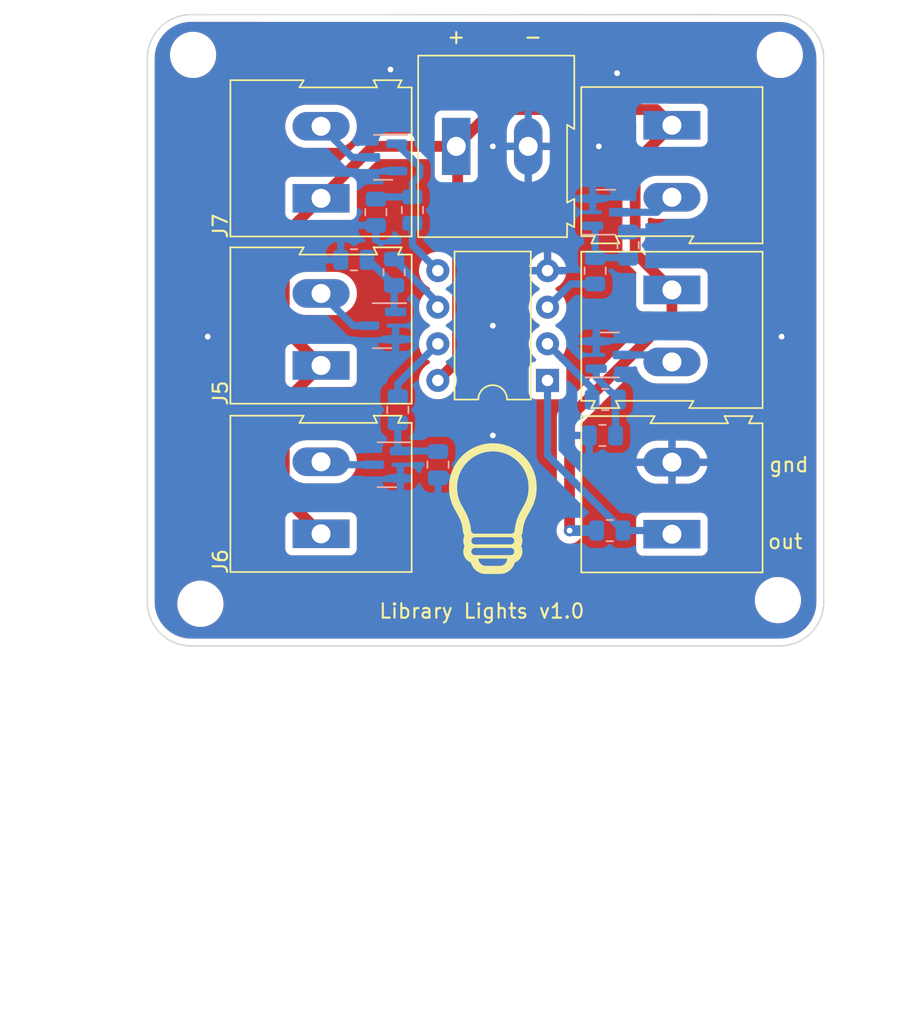
<source format=kicad_pcb>
(kicad_pcb (version 20211014) (generator pcbnew)
  (layers (0 "F.Cu" signal) (31 "B.Cu" signal) (34 "B.Paste" user) (35 "F.Paste" user) (36 "B.SilkS" user "B.Silkscreen") (37 "F.SilkS" user "F.Silkscreen") (38 "B.Mask" user) (39 "F.Mask" user) (44 "Edge.Cuts" user))
  (net 0 "")
  (net 1 "+5V")
  (net 2 "Net-(J1-Pad2)")
  (net 3 "Net-(J2-Pad2)")
  (net 4 "GND")
  (net 5 "Net-(J5-Pad2)")
  (net 6 "Net-(J6-Pad2)")
  (net 7 "Net-(J7-Pad2)")
  (net 8 "Net-(Q1-Pad1)")
  (net 9 "Net-(Q2-Pad1)")
  (net 10 "Net-(Q4-Pad1)")
  (net 11 "Net-(Q5-Pad1)")
  (net 12 "Net-(Q6-Pad1)")
  (net 13 "PB3")
  (net 14 "PB4")
  (net 15 "PB5")
  (net 16 "PB1")
  (net 17 "PB2")
  (net 18 "PB0")
  (footprint "TerminalBlock:TerminalBlock_Altech_AK300-2_P5.00mm" (layer "F.Cu") (at 128.016 42.164)
    (fp_text reference "J4" hide)
    (fp_text value "Screw_Terminal_01x02")
    (fp_line (start 8.2 5.6) (end 8.2 3.7) (layer "F.SilkS") (width 0.12))
    (fp_line (start 7.7 3.9) (end 7.7 -1.5) (layer "F.SilkS") (width 0.12))
    (fp_line (start -2.65 6.3) (end 7.7 6.3) (layer "F.SilkS") (width 0.12))
    (fp_line (start 8.2 3.65) (end 7.7 3.9) (layer "F.SilkS") (width 0.12))
    (fp_line (start 8.2 3.7) (end 8.2 3.65) (layer "F.SilkS") (width 0.12))
    (fp_line (start 8.2 -1.2) (end 8.2 -6.3) (layer "F.SilkS") (width 0.12))
    (fp_line (start 7.7 5.35) (end 8.2 5.6) (layer "F.SilkS") (width 0.12))
    (fp_line (start 7.7 6.3) (end 7.7 5.35) (layer "F.SilkS") (width 0.12))
    (fp_line (start 8.2 -6.3) (end -2.65 -6.3) (layer "F.SilkS") (width 0.12))
    (fp_line (start 7.7 -1.5) (end 8.2 -1.2) (layer "F.SilkS") (width 0.12))
    (fp_line (start -2.65 -6.3) (end -2.65 6.3) (layer "F.SilkS") (width 0.12))
    (pad "1" thru_hole rect (at 0 0) (size 1.98 3.96) (drill 1.32) (layers *.Cu *.Mask) (net 1 "+5V"))
    (pad "2" thru_hole oval (at 5 0) (size 1.98 3.96) (drill 1.32) (layers *.Cu *.Mask) (net 4 "GND"))
  )
  (footprint "TerminalBlock:TerminalBlock_Altech_AK300-2_P5.00mm" (layer "F.Cu") (at 143.002 52.128 -90)
    (fp_text reference "J1" hide)
    (fp_text value "Screw_Terminal_01x02")
    (fp_line (start 8.2 -1.2) (end 8.2 -6.3) (layer "F.SilkS") (width 0.12))
    (fp_line (start 7.7 3.9) (end 7.7 -1.5) (layer "F.SilkS") (width 0.12))
    (fp_line (start -2.65 6.3) (end 7.7 6.3) (layer "F.SilkS") (width 0.12))
    (fp_line (start 8.2 3.7) (end 8.2 3.65) (layer "F.SilkS") (width 0.12))
    (fp_line (start 8.2 5.6) (end 8.2 3.7) (layer "F.SilkS") (width 0.12))
    (fp_line (start 8.2 -6.3) (end -2.65 -6.3) (layer "F.SilkS") (width 0.12))
    (fp_line (start -2.65 -6.3) (end -2.65 6.3) (layer "F.SilkS") (width 0.12))
    (fp_line (start 7.7 -1.5) (end 8.2 -1.2) (layer "F.SilkS") (width 0.12))
    (fp_line (start 8.2 3.65) (end 7.7 3.9) (layer "F.SilkS") (width 0.12))
    (fp_line (start 7.7 5.35) (end 8.2 5.6) (layer "F.SilkS") (width 0.12))
    (fp_line (start 7.7 6.3) (end 7.7 5.35) (layer "F.SilkS") (width 0.12))
    (pad "1" thru_hole rect (at 0 0 270) (size 1.98 3.96) (drill 1.32) (layers *.Cu *.Mask) (net 1 "+5V"))
    (pad "2" thru_hole oval (at 5 0 270) (size 1.98 3.96) (drill 1.32) (layers *.Cu *.Mask) (net 2 "Net-(J1-Pad2)"))
  )
  (footprint "MountingHole:MountingHole_2.2mm_M2" (layer "F.Cu") (at 110.236 73.914)
    (fp_text reference "REF**" hide)
    (fp_text value "MountingHole_2.2mm_M2")
    (pad "" np_thru_hole circle (at 0 0) (size 2.2 2.2) (drill 2.2) (layers *.Cu *.Mask))
  )
  (footprint "TerminalBlock:TerminalBlock_Altech_AK300-2_P5.00mm" (layer "F.Cu") (at 118.618 57.375 90)
    (fp_text reference "J5" (at -1.92 -6.99 90) (layer "F.SilkS"))
    (fp_text value "Screw_Terminal_01x02")
    (fp_line (start -2.65 6.3) (end 7.7 6.3) (layer "F.SilkS") (width 0.12))
    (fp_line (start 7.7 -1.5) (end 8.2 -1.2) (layer "F.SilkS") (width 0.12))
    (fp_line (start 8.2 -1.2) (end 8.2 -6.3) (layer "F.SilkS") (width 0.12))
    (fp_line (start -2.65 -6.3) (end -2.65 6.3) (layer "F.SilkS") (width 0.12))
    (fp_line (start 7.7 6.3) (end 7.7 5.35) (layer "F.SilkS") (width 0.12))
    (fp_line (start 7.7 5.35) (end 8.2 5.6) (layer "F.SilkS") (width 0.12))
    (fp_line (start 8.2 3.7) (end 8.2 3.65) (layer "F.SilkS") (width 0.12))
    (fp_line (start 7.7 3.9) (end 7.7 -1.5) (layer "F.SilkS") (width 0.12))
    (fp_line (start 8.2 -6.3) (end -2.65 -6.3) (layer "F.SilkS") (width 0.12))
    (fp_line (start 8.2 5.6) (end 8.2 3.7) (layer "F.SilkS") (width 0.12))
    (fp_line (start 8.2 3.65) (end 7.7 3.9) (layer "F.SilkS") (width 0.12))
    (pad "1" thru_hole rect (at 0 0 90) (size 1.98 3.96) (drill 1.32) (layers *.Cu *.Mask) (net 1 "+5V"))
    (pad "2" thru_hole oval (at 5 0 90) (size 1.98 3.96) (drill 1.32) (layers *.Cu *.Mask) (net 5 "Net-(J5-Pad2)"))
  )
  (footprint "MountingHole:MountingHole_2.2mm_M2" (layer "F.Cu") (at 150.498739 35.814)
    (fp_text reference "REF**" hide)
    (fp_text value "MountingHole_2.2mm_M2")
    (pad "" np_thru_hole circle (at 0 0) (size 2.2 2.2) (drill 2.2) (layers *.Cu *.Mask))
  )
  (footprint "Package_DIP:DIP-8_W7.62mm" (layer "F.Cu") (at 134.356 58.41 180)
    (fp_text reference "U1" hide)
    (fp_text value "ATtiny85-20P")
    (fp_line (start 6.46 -1.33) (end 4.81 -1.33) (layer "F.SilkS") (width 0.12))
    (fp_line (start 1.16 -1.33) (end 1.16 8.95) (layer "F.SilkS") (width 0.12))
    (fp_line (start 6.46 8.95) (end 6.46 -1.33) (layer "F.SilkS") (width 0.12))
    (fp_line (start 1.16 8.95) (end 6.46 8.95) (layer "F.SilkS") (width 0.12))
    (fp_line (start 2.81 -1.33) (end 1.16 -1.33) (layer "F.SilkS") (width 0.12))
    (fp_arc (start 4.81 -1.33) (mid 3.81 -0.33) (end 2.81 -1.33) (layer "F.SilkS") (width 0.12))
    (pad "1" thru_hole rect (at 0 0 180) (size 1.6 1.6) (drill 0.8) (layers *.Cu *.Mask) (net 15 "PB5"))
    (pad "2" thru_hole oval (at 0 2.54 180) (size 1.6 1.6) (drill 0.8) (layers *.Cu *.Mask) (net 13 "PB3"))
    (pad "3" thru_hole oval (at 0 5.08 180) (size 1.6 1.6) (drill 0.8) (layers *.Cu *.Mask) (net 14 "PB4"))
    (pad "4" thru_hole oval (at 0 7.62 180) (size 1.6 1.6) (drill 0.8) (layers *.Cu *.Mask) (net 4 "GND"))
    (pad "5" thru_hole oval (at 7.62 7.62 180) (size 1.6 1.6) (drill 0.8) (layers *.Cu *.Mask) (net 18 "PB0"))
    (pad "6" thru_hole oval (at 7.62 5.08 180) (size 1.6 1.6) (drill 0.8) (layers *.Cu *.Mask) (net 16 "PB1"))
    (pad "7" thru_hole oval (at 7.62 2.54 180) (size 1.6 1.6) (drill 0.8) (layers *.Cu *.Mask) (net 17 "PB2"))
    (pad "8" thru_hole oval (at 7.62 0 180) (size 1.6 1.6) (drill 0.8) (layers *.Cu *.Mask) (net 1 "+5V"))
  )
  (footprint "TerminalBlock:TerminalBlock_Altech_AK300-2_P5.00mm" (layer "F.Cu") (at 143.002 69.088 90)
    (fp_text reference "J3" hide)
    (fp_text value "Screw_Terminal_01x02")
    (fp_line (start 8.2 -1.2) (end 8.2 -6.3) (layer "F.SilkS") (width 0.12))
    (fp_line (start -2.65 -6.3) (end -2.65 6.3) (layer "F.SilkS") (width 0.12))
    (fp_line (start -2.65 6.3) (end 7.7 6.3) (layer "F.SilkS") (width 0.12))
    (fp_line (start 7.7 6.3) (end 7.7 5.35) (layer "F.SilkS") (width 0.12))
    (fp_line (start 7.7 5.35) (end 8.2 5.6) (layer "F.SilkS") (width 0.12))
    (fp_line (start 7.7 -1.5) (end 8.2 -1.2) (layer "F.SilkS") (width 0.12))
    (fp_line (start 8.2 3.65) (end 7.7 3.9) (layer "F.SilkS") (width 0.12))
    (fp_line (start 8.2 3.7) (end 8.2 3.65) (layer "F.SilkS") (width 0.12))
    (fp_line (start 8.2 5.6) (end 8.2 3.7) (layer "F.SilkS") (width 0.12))
    (fp_line (start 7.7 3.9) (end 7.7 -1.5) (layer "F.SilkS") (width 0.12))
    (fp_line (start 8.2 -6.3) (end -2.65 -6.3) (layer "F.SilkS") (width 0.12))
    (pad "1" thru_hole rect (at 0 0 90) (size 1.98 3.96) (drill 1.32) (layers *.Cu *.Mask) (net 15 "PB5"))
    (pad "2" thru_hole oval (at 5 0 90) (size 1.98 3.96) (drill 1.32) (layers *.Cu *.Mask) (net 4 "GND"))
  )
  (footprint "MountingHole:MountingHole_2.2mm_M2" (layer "F.Cu") (at 109.728 35.814)
    (fp_text reference "REF**" hide)
    (fp_text value "MountingHole_2.2mm_M2")
    (pad "" np_thru_hole circle (at 0 0) (size 2.2 2.2) (drill 2.2) (layers *.Cu *.Mask))
  )
  (footprint "MountingHole:MountingHole_2.2mm_M2" (layer "F.Cu") (at 150.368 73.66)
    (fp_text reference "REF**" hide)
    (fp_text value "MountingHole_2.2mm_M2")
    (pad "" np_thru_hole circle (at 0 0) (size 2.2 2.2) (drill 2.2) (layers *.Cu *.Mask))
  )
  (footprint "TerminalBlock:TerminalBlock_Altech_AK300-2_P5.00mm" (layer "F.Cu") (at 143.002 40.698 -90)
    (fp_text reference "J2" hide)
    (fp_text value "Screw_Terminal_01x02")
    (fp_line (start -2.65 -6.3) (end -2.65 6.3) (layer "F.SilkS") (width 0.12))
    (fp_line (start 8.2 5.6) (end 8.2 3.7) (layer "F.SilkS") (width 0.12))
    (fp_line (start 8.2 3.7) (end 8.2 3.65) (layer "F.SilkS") (width 0.12))
    (fp_line (start 7.7 5.35) (end 8.2 5.6) (layer "F.SilkS") (width 0.12))
    (fp_line (start 7.7 3.9) (end 7.7 -1.5) (layer "F.SilkS") (width 0.12))
    (fp_line (start 7.7 -1.5) (end 8.2 -1.2) (layer "F.SilkS") (width 0.12))
    (fp_line (start 8.2 3.65) (end 7.7 3.9) (layer "F.SilkS") (width 0.12))
    (fp_line (start 7.7 6.3) (end 7.7 5.35) (layer "F.SilkS") (width 0.12))
    (fp_line (start 8.2 -6.3) (end -2.65 -6.3) (layer "F.SilkS") (width 0.12))
    (fp_line (start -2.65 6.3) (end 7.7 6.3) (layer "F.SilkS") (width 0.12))
    (fp_line (start 8.2 -1.2) (end 8.2 -6.3) (layer "F.SilkS") (width 0.12))
    (pad "1" thru_hole rect (at 0 0 270) (size 1.98 3.96) (drill 1.32) (layers *.Cu *.Mask) (net 1 "+5V"))
    (pad "2" thru_hole oval (at 5 0 270) (size 1.98 3.96) (drill 1.32) (layers *.Cu *.Mask) (net 3 "Net-(J2-Pad2)"))
  )
  (footprint "TerminalBlock:TerminalBlock_Altech_AK300-2_P5.00mm" (layer "F.Cu") (at 118.618 45.771 90)
    (fp_text reference "J7" (at -1.92 -6.99 90) (layer "F.SilkS"))
    (fp_text value "Screw_Terminal_01x02")
    (fp_line (start 8.2 -6.3) (end -2.65 -6.3) (layer "F.SilkS") (width 0.12))
    (fp_line (start 7.7 -1.5) (end 8.2 -1.2) (layer "F.SilkS") (width 0.12))
    (fp_line (start 7.7 3.9) (end 7.7 -1.5) (layer "F.SilkS") (width 0.12))
    (fp_line (start -2.65 -6.3) (end -2.65 6.3) (layer "F.SilkS") (width 0.12))
    (fp_line (start 8.2 3.7) (end 8.2 3.65) (layer "F.SilkS") (width 0.12))
    (fp_line (start -2.65 6.3) (end 7.7 6.3) (layer "F.SilkS") (width 0.12))
    (fp_line (start 8.2 5.6) (end 8.2 3.7) (layer "F.SilkS") (width 0.12))
    (fp_line (start 8.2 -1.2) (end 8.2 -6.3) (layer "F.SilkS") (width 0.12))
    (fp_line (start 7.7 6.3) (end 7.7 5.35) (layer "F.SilkS") (width 0.12))
    (fp_line (start 7.7 5.35) (end 8.2 5.6) (layer "F.SilkS") (width 0.12))
    (fp_line (start 8.2 3.65) (end 7.7 3.9) (layer "F.SilkS") (width 0.12))
    (pad "1" thru_hole rect (at 0 0 90) (size 1.98 3.96) (drill 1.32) (layers *.Cu *.Mask) (net 1 "+5V"))
    (pad "2" thru_hole oval (at 5 0 90) (size 1.98 3.96) (drill 1.32) (layers *.Cu *.Mask) (net 7 "Net-(J7-Pad2)"))
  )
  (footprint "TerminalBlock:TerminalBlock_Altech_AK300-2_P5.00mm" (layer "F.Cu") (at 118.618 69.059 90)
    (fp_text reference "J6" (at -1.92 -6.99 90) (layer "F.SilkS"))
    (fp_text value "Screw_Terminal_01x02")
    (fp_line (start 7.7 6.3) (end 7.7 5.35) (layer "F.SilkS") (width 0.12))
    (fp_line (start -2.65 6.3) (end 7.7 6.3) (layer "F.SilkS") (width 0.12))
    (fp_line (start 7.7 5.35) (end 8.2 5.6) (layer "F.SilkS") (width 0.12))
    (fp_line (start 7.7 3.9) (end 7.7 -1.5) (layer "F.SilkS") (width 0.12))
    (fp_line (start 8.2 3.65) (end 7.7 3.9) (layer "F.SilkS") (width 0.12))
    (fp_line (start -2.65 -6.3) (end -2.65 6.3) (layer "F.SilkS") (width 0.12))
    (fp_line (start 8.2 3.7) (end 8.2 3.65) (layer "F.SilkS") (width 0.12))
    (fp_line (start 8.2 -6.3) (end -2.65 -6.3) (layer "F.SilkS") (width 0.12))
    (fp_line (start 8.2 -1.2) (end 8.2 -6.3) (layer "F.SilkS") (width 0.12))
    (fp_line (start 8.2 5.6) (end 8.2 3.7) (layer "F.SilkS") (width 0.12))
    (fp_line (start 7.7 -1.5) (end 8.2 -1.2) (layer "F.SilkS") (width 0.12))
    (pad "1" thru_hole rect (at 0 0 90) (size 1.98 3.96) (drill 1.32) (layers *.Cu *.Mask) (net 1 "+5V"))
    (pad "2" thru_hole oval (at 5 0 90) (size 1.98 3.96) (drill 1.32) (layers *.Cu *.Mask) (net 6 "Net-(J6-Pad2)"))
  )
  (footprint "Package_TO_SOT_SMD:SOT-23" (layer "B.Cu") (at 122.936 42.926 180)
    (fp_text reference "Q6" hide)
    (fp_text value "2N7002")
    (fp_line (start 0 -1.56) (end -0.65 -1.56) (layer "B.SilkS") (width 0.12))
    (fp_line (start 0 1.56) (end 0.65 1.56) (layer "B.SilkS") (width 0.12))
    (fp_line (start 0 -1.56) (end 0.65 -1.56) (layer "B.SilkS") (width 0.12))
    (fp_line (start 0 1.56) (end -1.675 1.56) (layer "B.SilkS") (width 0.12))
    (pad "1" smd roundrect (at -0.9375 0.95 180) (size 1.475 0.6) (layers "B.Cu" "B.Paste" "B.Mask") (net 12 "Net-(Q6-Pad1)"))
    (pad "2" smd roundrect (at -0.9375 -0.95 180) (size 1.475 0.6) (layers "B.Cu" "B.Paste" "B.Mask") (net 4 "GND"))
    (pad "3" smd roundrect (at 0.9375 0 180) (size 1.475 0.6) (layers "B.Cu" "B.Paste" "B.Mask") (net 7 "Net-(J7-Pad2)"))
  )
  (footprint "Resistor_SMD:R_0805_2012Metric" (layer "B.Cu") (at 139.954 49.022 -90)
    (fp_text reference "R5" hide)
    (fp_text value "R_Small")
    (fp_line (start -0.227064 0.735) (end 0.227064 0.735) (layer "B.SilkS") (width 0.12))
    (fp_line (start -0.227064 -0.735) (end 0.227064 -0.735) (layer "B.SilkS") (width 0.12))
    (pad "1" smd roundrect (at -0.9125 0 270) (size 1.025 1.4) (layers "B.Cu" "B.Paste" "B.Mask") (roundrect_rratio 0.243902439) (net 4 "GND"))
    (pad "2" smd roundrect (at 0.9125 0 270) (size 1.025 1.4) (layers "B.Cu" "B.Paste" "B.Mask") (roundrect_rratio 0.243902439) (net 9 "Net-(Q2-Pad1)"))
  )
  (footprint "Resistor_SMD:R_0805_2012Metric" (layer "B.Cu") (at 123.698 50.9035 -90)
    (fp_text reference "R7" hide)
    (fp_text value "R_Small")
    (fp_line (start -0.227064 -0.735) (end 0.227064 -0.735) (layer "B.SilkS") (width 0.12))
    (fp_line (start -0.227064 0.735) (end 0.227064 0.735) (layer "B.SilkS") (width 0.12))
    (pad "1" smd roundrect (at -0.9125 0 270) (size 1.025 1.4) (layers "B.Cu" "B.Paste" "B.Mask") (roundrect_rratio 0.243902439) (net 16 "PB1"))
    (pad "2" smd roundrect (at 0.9125 0 270) (size 1.025 1.4) (layers "B.Cu" "B.Paste" "B.Mask") (roundrect_rratio 0.243902439) (net 10 "Net-(Q4-Pad1)"))
  )
  (footprint "Package_TO_SOT_SMD:SOT-23" (layer "B.Cu") (at 138.43 46.736)
    (fp_text reference "Q2" hide)
    (fp_text value "2N7002")
    (fp_line (start 0 -1.56) (end 0.65 -1.56) (layer "B.SilkS") (width 0.12))
    (fp_line (start 0 1.56) (end 0.65 1.56) (layer "B.SilkS") (width 0.12))
    (fp_line (start 0 1.56) (end -1.675 1.56) (layer "B.SilkS") (width 0.12))
    (fp_line (start 0 -1.56) (end -0.65 -1.56) (layer "B.SilkS") (width 0.12))
    (pad "1" smd roundrect (at -0.9375 0.95) (size 1.475 0.6) (layers "B.Cu" "B.Paste" "B.Mask") (net 9 "Net-(Q2-Pad1)"))
    (pad "2" smd roundrect (at -0.9375 -0.95) (size 1.475 0.6) (layers "B.Cu" "B.Paste" "B.Mask") (net 4 "GND"))
    (pad "3" smd roundrect (at 0.9375 0) (size 1.475 0.6) (layers "B.Cu" "B.Paste" "B.Mask") (net 3 "Net-(J2-Pad2)"))
  )
  (footprint "Resistor_SMD:R_0805_2012Metric" (layer "B.Cu") (at 122.428 46.736 90)
    (fp_text reference "R12" hide)
    (fp_text value "R_Small")
    (fp_line (start -0.227064 0.735) (end 0.227064 0.735) (layer "B.SilkS") (width 0.12))
    (fp_line (start -0.227064 -0.735) (end 0.227064 -0.735) (layer "B.SilkS") (width 0.12))
    (pad "1" smd roundrect (at -0.9125 0 90) (size 1.025 1.4) (layers "B.Cu" "B.Paste" "B.Mask") (roundrect_rratio 0.243902439) (net 4 "GND"))
    (pad "2" smd roundrect (at 0.9125 0 90) (size 1.025 1.4) (layers "B.Cu" "B.Paste" "B.Mask") (roundrect_rratio 0.243902439) (net 12 "Net-(Q6-Pad1)"))
  )
  (footprint "Package_TO_SOT_SMD:SOT-23" (layer "B.Cu") (at 122.8575 54.61 180)
    (fp_text reference "Q4" hide)
    (fp_text value "2N7002")
    (fp_line (start 0 1.56) (end -1.675 1.56) (layer "B.SilkS") (width 0.12))
    (fp_line (start 0 -1.56) (end 0.65 -1.56) (layer "B.SilkS") (width 0.12))
    (fp_line (start 0 1.56) (end 0.65 1.56) (layer "B.SilkS") (width 0.12))
    (fp_line (start 0 -1.56) (end -0.65 -1.56) (layer "B.SilkS") (width 0.12))
    (pad "1" smd roundrect (at -0.9375 0.95 180) (size 1.475 0.6) (layers "B.Cu" "B.Paste" "B.Mask") (net 10 "Net-(Q4-Pad1)"))
    (pad "2" smd roundrect (at -0.9375 -0.95 180) (size 1.475 0.6) (layers "B.Cu" "B.Paste" "B.Mask") (net 4 "GND"))
    (pad "3" smd roundrect (at 0.9375 0 180) (size 1.475 0.6) (layers "B.Cu" "B.Paste" "B.Mask") (net 5 "Net-(J5-Pad2)"))
  )
  (footprint "Resistor_SMD:R_0805_2012Metric" (layer "B.Cu") (at 126.746 64.262 90)
    (fp_text reference "R11" hide)
    (fp_text value "R_Small")
    (fp_line (start -0.227064 -0.735) (end 0.227064 -0.735) (layer "B.SilkS") (width 0.12))
    (fp_line (start -0.227064 0.735) (end 0.227064 0.735) (layer "B.SilkS") (width 0.12))
    (pad "1" smd roundrect (at -0.9125 0 90) (size 1.025 1.4) (layers "B.Cu" "B.Paste" "B.Mask") (roundrect_rratio 0.243902439) (net 4 "GND"))
    (pad "2" smd roundrect (at 0.9125 0 90) (size 1.025 1.4) (layers "B.Cu" "B.Paste" "B.Mask") (roundrect_rratio 0.243902439) (net 11 "Net-(Q5-Pad1)"))
  )
  (footprint "Resistor_SMD:R_0805_2012Metric" (layer "B.Cu") (at 123.952 60.452 -90)
    (fp_text reference "R8" hide)
    (fp_text value "R_Small")
    (fp_line (start -0.227064 0.735) (end 0.227064 0.735) (layer "B.SilkS") (width 0.12))
    (fp_line (start -0.227064 -0.735) (end 0.227064 -0.735) (layer "B.SilkS") (width 0.12))
    (pad "1" smd roundrect (at -0.9125 0 270) (size 1.025 1.4) (layers "B.Cu" "B.Paste" "B.Mask") (roundrect_rratio 0.243902439) (net 17 "PB2"))
    (pad "2" smd roundrect (at 0.9125 0 270) (size 1.025 1.4) (layers "B.Cu" "B.Paste" "B.Mask") (roundrect_rratio 0.243902439) (net 11 "Net-(Q5-Pad1)"))
  )
  (footprint "Resistor_SMD:R_0805_2012Metric" (layer "B.Cu") (at 124.968 46.5855 90)
    (fp_text reference "R9" hide)
    (fp_text value "R_Small")
    (fp_line (start -0.227064 -0.735) (end 0.227064 -0.735) (layer "B.SilkS") (width 0.12))
    (fp_line (start -0.227064 0.735) (end 0.227064 0.735) (layer "B.SilkS") (width 0.12))
    (pad "1" smd roundrect (at -0.9125 0 90) (size 1.025 1.4) (layers "B.Cu" "B.Paste" "B.Mask") (roundrect_rratio 0.243902439) (net 18 "PB0"))
    (pad "2" smd roundrect (at 0.9125 0 90) (size 1.025 1.4) (layers "B.Cu" "B.Paste" "B.Mask") (roundrect_rratio 0.243902439) (net 12 "Net-(Q6-Pad1)"))
  )
  (footprint "Resistor_SMD:R_0805_2012Metric" (layer "B.Cu") (at 138.684 68.834 180)
    (fp_text reference "R3" hide)
    (fp_text value "R_Small")
    (fp_line (start -0.227064 0.735) (end 0.227064 0.735) (layer "B.SilkS") (width 0.12))
    (fp_line (start -0.227064 -0.735) (end 0.227064 -0.735) (layer "B.SilkS") (width 0.12))
    (pad "1" smd roundrect (at -0.9125 0 180) (size 1.025 1.4) (layers "B.Cu" "B.Paste" "B.Mask") (roundrect_rratio 0.243902439) (net 15 "PB5"))
    (pad "2" smd roundrect (at 0.9125 0 180) (size 1.025 1.4) (layers "B.Cu" "B.Paste" "B.Mask") (roundrect_rratio 0.243902439) (net 1 "+5V"))
  )
  (footprint "Resistor_SMD:R_0805_2012Metric" (layer "B.Cu") (at 137.668 50.8 90)
    (fp_text reference "R2" hide)
    (fp_text value "R_Small")
    (fp_line (start -0.227064 -0.735) (end 0.227064 -0.735) (layer "B.SilkS") (width 0.12))
    (fp_line (start -0.227064 0.735) (end 0.227064 0.735) (layer "B.SilkS") (width 0.12))
    (pad "1" smd roundrect (at -0.9125 0 90) (size 1.025 1.4) (layers "B.Cu" "B.Paste" "B.Mask") (roundrect_rratio 0.243902439) (net 14 "PB4"))
    (pad "2" smd roundrect (at 0.9125 0 90) (size 1.025 1.4) (layers "B.Cu" "B.Paste" "B.Mask") (roundrect_rratio 0.243902439) (net 9 "Net-(Q2-Pad1)"))
  )
  (footprint "Resistor_SMD:R_0805_2012Metric" (layer "B.Cu") (at 138.176 62.23)
    (fp_text reference "R4" hide)
    (fp_text value "R_Small")
    (fp_line (start -0.227064 0.735) (end 0.227064 0.735) (layer "B.SilkS") (width 0.12))
    (fp_line (start -0.227064 -0.735) (end 0.227064 -0.735) (layer "B.SilkS") (width 0.12))
    (pad "1" smd roundrect (at -0.9125 0) (size 1.025 1.4) (layers "B.Cu" "B.Paste" "B.Mask") (roundrect_rratio 0.243902439) (net 4 "GND"))
    (pad "2" smd roundrect (at 0.9125 0) (size 1.025 1.4) (layers "B.Cu" "B.Paste" "B.Mask") (roundrect_rratio 0.243902439) (net 8 "Net-(Q1-Pad1)"))
  )
  (footprint "Resistor_SMD:R_0805_2012Metric" (layer "B.Cu") (at 138.367 59.738)
    (fp_text reference "R1" hide)
    (fp_text value "R_Small")
    (fp_line (start -0.227064 -0.735) (end 0.227064 -0.735) (layer "B.SilkS") (width 0.12))
    (fp_line (start -0.227064 0.735) (end 0.227064 0.735) (layer "B.SilkS") (width 0.12))
    (pad "1" smd roundrect (at -0.9125 0) (size 1.025 1.4) (layers "B.Cu" "B.Paste" "B.Mask") (roundrect_rratio 0.243902439) (net 13 "PB3"))
    (pad "2" smd roundrect (at 0.9125 0) (size 1.025 1.4) (layers "B.Cu" "B.Paste" "B.Mask") (roundrect_rratio 0.243902439) (net 8 "Net-(Q1-Pad1)"))
  )
  (footprint "Package_TO_SOT_SMD:SOT-23" (layer "B.Cu") (at 123.19 64.262 180)
    (fp_text reference "Q5" hide)
    (fp_text value "2N7002" hide)
    (fp_line (start 0 -1.56) (end -0.65 -1.56) (layer "B.SilkS") (width 0.12))
    (fp_line (start 0 1.56) (end -1.675 1.56) (layer "B.SilkS") (width 0.12))
    (fp_line (start 0 -1.56) (end 0.65 -1.56) (layer "B.SilkS") (width 0.12))
    (fp_line (start 0 1.56) (end 0.65 1.56) (layer "B.SilkS") (width 0.12))
    (pad "1" smd roundrect (at -0.9375 0.95 180) (size 1.475 0.6) (layers "B.Cu" "B.Paste" "B.Mask") (net 11 "Net-(Q5-Pad1)"))
    (pad "2" smd roundrect (at -0.9375 -0.95 180) (size 1.475 0.6) (layers "B.Cu" "B.Paste" "B.Mask") (net 4 "GND"))
    (pad "3" smd roundrect (at 0.9375 0 180) (size 1.475 0.6) (layers "B.Cu" "B.Paste" "B.Mask") (net 6 "Net-(J6-Pad2)"))
  )
  (footprint "Resistor_SMD:R_0805_2012Metric" (layer "B.Cu") (at 120.904 50.038)
    (fp_text reference "R10" hide)
    (fp_text value "R_Small")
    (fp_line (start -0.227064 -0.735) (end 0.227064 -0.735) (layer "B.SilkS") (width 0.12))
    (fp_line (start -0.227064 0.735) (end 0.227064 0.735) (layer "B.SilkS") (width 0.12))
    (pad "1" smd roundrect (at -0.9125 0) (size 1.025 1.4) (layers "B.Cu" "B.Paste" "B.Mask") (roundrect_rratio 0.243902439) (net 4 "GND"))
    (pad "2" smd roundrect (at 0.9125 0) (size 1.025 1.4) (layers "B.Cu" "B.Paste" "B.Mask") (roundrect_rratio 0.243902439) (net 10 "Net-(Q4-Pad1)"))
  )
  (footprint "Package_TO_SOT_SMD:SOT-23" (layer "B.Cu") (at 138.682 56.642)
    (fp_text reference "Q1" hide)
    (fp_text value "2N7002")
    (fp_line (start 0 -1.56) (end -0.65 -1.56) (layer "B.SilkS") (width 0.12))
    (fp_line (start 0 1.56) (end -1.675 1.56) (layer "B.SilkS") (width 0.12))
    (fp_line (start 0 1.56) (end 0.65 1.56) (layer "B.SilkS") (width 0.12))
    (fp_line (start 0 -1.56) (end 0.65 -1.56) (layer "B.SilkS") (width 0.12))
    (pad "1" smd roundrect (at -0.9375 0.95) (size 1.475 0.6) (layers "B.Cu" "B.Paste" "B.Mask") (net 8 "Net-(Q1-Pad1)"))
    (pad "2" smd roundrect (at -0.9375 -0.95) (size 1.475 0.6) (layers "B.Cu" "B.Paste" "B.Mask") (net 4 "GND"))
    (pad "3" smd roundrect (at 0.9375 0) (size 1.475 0.6) (layers "B.Cu" "B.Paste" "B.Mask") (net 2 "Net-(J1-Pad2)"))
  )
  (gr_poly (pts (xy 130.713087 62.776371) (xy 130.867682 62.788167) (xy 131.020057 62.807591) (xy 131.170017 62.83445) (xy 131.317371 62.868551) (xy 131.461924 62.9097) (xy 131.603483 62.957704) (xy 131.741855 63.012371) (xy 131.876847 63.073507) (xy 132.008265 63.140919) (xy 132.135916 63.214414) (xy 132.259607 63.293799) (xy 132.379144 63.378881) (xy 132.494334 63.469466) (xy 132.604984 63.565361) (xy 132.7109 63.666374) (xy 132.811889 63.77231) (xy 132.907759 63.882978) (xy 132.998315 63.998184) (xy 133.083364 64.117734) (xy 133.162713 64.241436) (xy 133.236169 64.369096) (xy 133.303538 64.500522) (xy 133.364627 64.63552) (xy 133.419243 64.773896) (xy 133.467193 64.915459) (xy 133.508282 65.060015) (xy 133.542318 65.20737) (xy 133.569108 65.357332) (xy 133.588459 65.509707) (xy 133.600176 65.664303) (xy 133.604066 65.820925) (xy 133.600918 65.974979) (xy 133.591773 66.121073) (xy 133.577079 66.25965) (xy 133.557287 66.39115) (xy 133.532844 66.516014) (xy 133.5042 66.634683) (xy 133.471804 66.747597) (xy 133.436105 66.855198) (xy 133.397552 66.957926) (xy 133.356594 67.056223) (xy 133.31368 67.150529) (xy 133.269259 67.241285) (xy 133.177691 67.41391) (xy 133.085483 67.577626) (xy 133.009555 67.712036) (xy 132.937316 67.845513) (xy 132.869766 67.981811) (xy 132.838061 68.052192) (xy 132.807902 68.124686) (xy 132.779414 68.199762) (xy 132.752723 68.277891) (xy 132.727952 68.359541) (xy 132.705227 68.445183) (xy 132.684672 68.535284) (xy 132.666413 68.630315) (xy 132.650573 68.730745) (xy 132.637278 68.837043) (xy 132.63587 68.861263) (xy 132.633735 68.885299) (xy 132.630888 68.909139) (xy 132.627338 68.932773) (xy 132.6231 68.95619) (xy 132.618185 68.979379) (xy 132.612605 69.002329) (xy 132.606372 69.025029) (xy 132.5995 69.04747) (xy 132.591999 69.069639) (xy 132.583882 69.091525) (xy 132.575162 69.113119) (xy 132.56585 69.134409) (xy 132.555959 69.155384) (xy 132.545501 69.176034) (xy 132.534488 69.196347) (xy 132.543603 69.216118) (xy 132.552188 69.236183) (xy 132.560236 69.256533) (xy 132.567739 69.277159) (xy 132.574689 69.29805) (xy 132.581076 69.319198) (xy 132.586894 69.340592) (xy 132.592135 69.362224) (xy 132.596789 69.384084) (xy 132.600849 69.406162) (xy 132.604307 69.42845) (xy 132.607154 69.450936) (xy 132.609383 69.473613) (xy 132.610985 69.496469) (xy 132.611952 69.519497) (xy 132.612276 69.542687) (xy 132.611888 69.567764) (xy 132.610731 69.592639) (xy 132.608821 69.617301) (xy 132.60617 69.641744) (xy 132.602792 69.665959) (xy 132.5987 69.689938) (xy 132.593909 69.713673) (xy 132.588431 69.737155) (xy 132.58228 69.760378) (xy 132.57547 69.783331) (xy 132.568014 69.806008) (xy 132.559926 69.8284) (xy 132.551219 69.850499) (xy 132.541908 69.872296) (xy 132.532005 69.893785) (xy 132.521524 69.914956) (xy 132.532158 69.936127) (xy 132.542174 69.957615) (xy 132.551563 69.979413) (xy 132.560317 70.001512) (xy 132.568424 70.023904) (xy 132.575877 70.04658) (xy 132.582664 70.069534) (xy 132.588778 70.092756) (xy 132.594208 70.116238) (xy 132.598944 70.139973) (xy 132.602978 70.163952) (xy 132.6063 70.188167) (xy 132.6089 70.21261) (xy 132.610769 70.237272) (xy 132.611898 70.262147) (xy 132.612276 70.287224) (xy 132.611632 70.319885) (xy 132.609715 70.352218) (xy 132.60655 70.384199) (xy 132.602162 70.415805) (xy 132.596575 70.447011) (xy 132.589812 70.477794) (xy 132.5819 70.508129) (xy 132.572861 70.537994) (xy 132.562722 70.567363) (xy 132.551505 70.596213) (xy 132.539235 70.62452) (xy 132.525937 70.65226) (xy 132.511636 70.67941) (xy 132.496355 70.705945) (xy 132.480119 70.731841) (xy 132.462952 70.757075) (xy 132.444879 70.781622) (xy 132.425925 70.805459) (xy 132.406113 70.828562) (xy 132.385468 70.850907) (xy 132.364015 70.87247) (xy 132.341778 70.893227) (xy 132.318781 70.913154) (xy 132.295049 70.932227) (xy 132.270606 70.950423) (xy 132.245477 70.967717) (xy 132.219685 70.984085) (xy 132.193257 70.999504) (xy 132.166215 71.01395) (xy 132.138584 71.027399) (xy 132.110389 71.039826) (xy 132.081654 71.051209) (xy 132.069677 71.093824) (xy 132.055999 71.135693) (xy 132.023697 71.217037) (xy 131.985068 71.294922) (xy 131.940433 71.369029) (xy 131.890111 71.43904) (xy 131.834423 71.504635) (xy 131.773689 71.565495) (xy 131.708228 71.621303) (xy 131.638362 71.671739) (xy 131.56441 71.716485) (xy 131.486692 71.755221) (xy 131.405528 71.787629) (xy 131.363755 71.80136) (xy 131.32124 71.81339) (xy 131.278023 71.823678) (xy 131.234145 71.832186) (xy 131.189646 71.838872) (xy 131.144566 71.843697) (xy 131.098945 71.846621) (xy 131.052822 71.847605) (xy 130.060106 71.847605) (xy 130.014065 71.846618) (xy 129.968514 71.843686) (xy 129.923495 71.838849) (xy 129.879048 71.832148) (xy 129.835214 71.823621) (xy 129.792032 71.813311) (xy 129.749544 71.801256) (xy 129.70779 71.787499) (xy 129.666811 71.772078) (xy 129.626647 71.755034) (xy 129.587338 71.736408) (xy 129.548925 71.71624) (xy 129.511449 71.694571) (xy 129.474951 71.67144) (xy 129.43947 71.646888) (xy 129.405047 71.620956) (xy 129.371723 71.593683) (xy 129.339538 71.565111) (xy 129.308533 71.535279) (xy 129.278749 71.504228) (xy 129.250225 71.471998) (xy 129.223003 71.438629) (xy 129.197123 71.404163) (xy 129.172625 71.368638) (xy 129.14955 71.332097) (xy 129.127939 71.294578) (xy 129.107831 71.256123) (xy 129.089269 71.216771) (xy 129.072291 71.176564) (xy 129.056939 71.13554) (xy 129.043253 71.093742) (xy 129.031273 71.051209) (xy 128.974344 71.027389) (xy 128.919671 70.999466) (xy 128.867451 70.967637) (xy 128.817879 70.932097) (xy 128.77115 70.89304) (xy 128.727459 70.850663) (xy 128.687003 70.80516) (xy 128.671214 70.784508) (xy 129.563747 70.784508) (xy 129.564393 70.810049) (xy 129.56631 70.835254) (xy 129.569467 70.860094) (xy 129.573832 70.884535) (xy 129.579375 70.908548) (xy 129.586065 70.932102) (xy 129.593869 70.955164) (xy 129.602757 70.977704) (xy 129.612698 70.99969) (xy 129.62366 71.021092) (xy 129.635612 71.041878) (xy 129.648524 71.062017) (xy 129.662363 71.081477) (xy 129.677099 71.100229) (xy 129.6927 71.118239) (xy 129.709136 71.135478) (xy 129.726375 71.151914) (xy 129.744385 71.167515) (xy 129.763136 71.182251) (xy 129.782597 71.19609) (xy 129.802736 71.209002) (xy 129.823522 71.220954) (xy 129.844924 71.231916) (xy 129.86691 71.241857) (xy 129.88945 71.250745) (xy 129.912512 71.258549) (xy 129.936066 71.265238) (xy 129.960079 71.270781) (xy 129.984521 71.275147) (xy 130.00936 71.278303) (xy 130.034565 71.28022) (xy 130.060106 71.280866) (xy 131.052823 71.280866) (xy 131.078363 71.28022) (xy 131.103569 71.278303) (xy 131.128408 71.275147) (xy 131.15285 71.270781) (xy 131.176863 71.265238) (xy 131.200416 71.258549) (xy 131.223478 71.250745) (xy 131.246018 71.241857) (xy 131.268005 71.231916) (xy 131.289406 71.220954) (xy 131.310192 71.209002) (xy 131.330331 71.19609) (xy 131.349792 71.182251) (xy 131.368543 71.167515) (xy 131.386554 71.151914) (xy 131.403792 71.135478) (xy 131.420228 71.118239) (xy 131.435829 71.100229) (xy 131.450565 71.081477) (xy 131.464405 71.062017) (xy 131.477316 71.041878) (xy 131.489269 71.021092) (xy 131.500231 70.99969) (xy 131.510171 70.977704) (xy 131.519059 70.955164) (xy 131.526864 70.932102) (xy 131.533553 70.908548) (xy 131.539096 70.884535) (xy 131.543461 70.860094) (xy 131.546618 70.835254) (xy 131.548535 70.810049) (xy 131.549181 70.784508) (xy 129.563747 70.784508) (xy 128.671214 70.784508) (xy 128.649976 70.756728) (xy 128.616573 70.70556) (xy 128.586991 70.651853) (xy 128.561423 70.595802) (xy 128.540066 70.537603) (xy 128.523115 70.47745) (xy 128.510766 70.415539) (xy 128.503213 70.352065) (xy 128.500688 70.28815) (xy 129.067389 70.28815) (xy 129.067712 70.30092) (xy 129.068671 70.313523) (xy 129.070249 70.325942) (xy 129.072432 70.338163) (xy 129.075203 70.35017) (xy 129.078548 70.361946) (xy 129.08245 70.373478) (xy 129.086894 70.384747) (xy 129.091864 70.395741) (xy 129.097345 70.406442) (xy 129.103322 70.416835) (xy 129.109777 70.426904) (xy 129.116697 70.436634) (xy 129.124065 70.44601) (xy 129.131866 70.455015) (xy 129.140083 70.463635) (xy 129.148703 70.471852) (xy 129.157708 70.479653) (xy 129.167084 70.487021) (xy 129.176814 70.493941) (xy 129.186883 70.500396) (xy 129.197276 70.506372) (xy 129.207977 70.511854) (xy 129.218971 70.516824) (xy 129.230241 70.521268) (xy 129.241772 70.52517) (xy 129.253548 70.528515) (xy 129.265555 70.531286) (xy 129.277776 70.533469) (xy 129.290195 70.535047) (xy 129.302798 70.536006) (xy 129.315568 70.536329) (xy 131.79736 70.536329) (xy 131.81013 70.536006) (xy 131.822733 70.535047) (xy 131.835152 70.533469) (xy 131.847373 70.531286) (xy 131.85938 70.528515) (xy 131.871156 70.52517) (xy 131.882687 70.521268) (xy 131.893957 70.516824) (xy 131.904951 70.511854) (xy 131.915652 70.506372) (xy 131.926045 70.500396) (xy 131.936114 70.493941) (xy 131.945844 70.487021) (xy 131.95522 70.479653) (xy 131.964225 70.471852) (xy 131.972845 70.463635) (xy 131.981062 70.455015) (xy 131.988863 70.44601) (xy 131.996231 70.436634) (xy 132.003151 70.426904) (xy 132.009607 70.416835) (xy 132.015583 70.406442) (xy 132.021064 70.395741) (xy 132.026034 70.384747) (xy 132.030478 70.373478) (xy 132.03438 70.361946) (xy 132.037725 70.35017) (xy 132.040496 70.338163) (xy 132.042679 70.325942) (xy 132.044257 70.313523) (xy 132.045216 70.30092) (xy 132.045539 70.28815) (xy 132.045216 70.27538) (xy 132.044257 70.262777) (xy 132.042679 70.250357) (xy 132.040496 70.238136) (xy 132.037725 70.22613) (xy 132.03438 70.214353) (xy 132.030478 70.202822) (xy 132.026034 70.191552) (xy 132.021064 70.180559) (xy 132.015583 70.169858) (xy 132.009607 70.159465) (xy 132.003151 70.149396) (xy 131.996231 70.139665) (xy 131.988863 70.13029) (xy 131.981062 70.121284) (xy 131.972845 70.112665) (xy 131.964225 70.104447) (xy 131.95522 70.096646) (xy 131.945844 70.089278) (xy 131.936114 70.082359) (xy 131.926045 70.075903) (xy 131.915652 70.069927) (xy 131.904951 70.064446) (xy 131.893957 70.059475) (xy 131.882687 70.055031) (xy 131.871156 70.051129) (xy 131.85938 70.047785) (xy 131.847373 70.045013) (xy 131.835152 70.04283) (xy 131.822733 70.041252) (xy 131.81013 70.040294) (xy 131.79736 70.039971) (xy 129.315568 70.039971) (xy 129.302798 70.040294) (xy 129.290195 70.041252) (xy 129.277776 70.04283) (xy 129.265555 70.045013) (xy 129.253548 70.047785) (xy 129.241772 70.051129) (xy 129.230241 70.055031) (xy 129.218971 70.059475) (xy 129.207977 70.064446) (xy 129.197276 70.069927) (xy 129.186883 70.075903) (xy 129.176814 70.082359) (xy 129.167084 70.089278) (xy 129.157708 70.096646) (xy 129.148703 70.104447) (xy 129.140083 70.112665) (xy 129.131866 70.121284) (xy 129.124065 70.13029) (xy 129.116697 70.139665) (xy 129.109777 70.149396) (xy 129.103322 70.159465) (xy 129.097345 70.169858) (xy 129.091864 70.180559) (xy 129.086894 70.191552) (xy 129.08245 70.202822) (xy 129.078548 70.214353) (xy 129.075203 70.22613) (xy 129.072432 70.238136) (xy 129.070249 70.250357) (xy 129.068671 70.262777) (xy 129.067712 70.27538) (xy 129.067389 70.28815) (xy 128.500688 70.28815) (xy 128.500652 70.287224) (xy 128.50103 70.262147) (xy 128.502156 70.237272) (xy 128.504021 70.21261) (xy 128.506613 70.188167) (xy 128.509921 70.163952) (xy 128.513935 70.139973) (xy 128.518643 70.116238) (xy 128.524034 70.092756) (xy 128.530099 70.069533) (xy 128.536825 70.04658) (xy 128.544203 70.023903) (xy 128.552221 70.001511) (xy 128.560868 69.979413) (xy 128.570134 69.957615) (xy 128.580007 69.936127) (xy 128.590478 69.914956) (xy 128.580007 69.893785) (xy 128.570134 69.872296) (xy 128.560868 69.850498) (xy 128.552221 69.828399) (xy 128.544203 69.806008) (xy 128.536825 69.783331) (xy 128.530099 69.760377) (xy 128.524034 69.737155) (xy 128.518643 69.713673) (xy 128.513935 69.689938) (xy 128.509921 69.665959) (xy 128.506613 69.641744) (xy 128.504021 69.617301) (xy 128.502156 69.592639) (xy 128.50103 69.567764) (xy 128.500666 69.543613) (xy 129.067389 69.543613) (xy 129.067712 69.556383) (xy 129.068671 69.568986) (xy 129.070249 69.581405) (xy 129.072432 69.593626) (xy 129.075203 69.605633) (xy 129.078548 69.617409) (xy 129.08245 69.62894) (xy 129.086894 69.64021) (xy 129.091864 69.651204) (xy 129.097345 69.661904) (xy 129.103322 69.672297) (xy 129.109777 69.682367) (xy 129.116697 69.692097) (xy 129.124065 69.701473) (xy 129.131866 69.710478) (xy 129.140083 69.719097) (xy 129.148703 69.727315) (xy 129.157708 69.735116) (xy 129.167084 69.742484) (xy 129.176814 69.749403) (xy 129.186883 69.755859) (xy 129.197276 69.761835) (xy 129.207977 69.767316) (xy 129.218971 69.772287) (xy 129.230241 69.776731) (xy 129.241772 69.780633) (xy 129.253548 69.783977) (xy 129.265555 69.786749) (xy 129.277776 69.788932) (xy 129.290195 69.79051) (xy 129.302798 69.791468) (xy 129.315568 69.791791) (xy 131.79736 69.791791) (xy 131.81013 69.791468) (xy 131.822733 69.79051) (xy 131.835152 69.788932) (xy 131.847373 69.786749) (xy 131.85938 69.783977) (xy 131.871156 69.780633) (xy 131.882687 69.776731) (xy 131.893957 69.772287) (xy 131.904951 69.767316) (xy 131.915652 69.761835) (xy 131.926045 69.755859) (xy 131.936114 69.749403) (xy 131.945844 69.742484) (xy 131.95522 69.735116) (xy 131.964225 69.727315) (xy 131.972845 69.719097) (xy 131.981062 69.710478) (xy 131.988863 69.701473) (xy 131.996231 69.692097) (xy 132.003151 69.682367) (xy 132.009607 69.672297) (xy 132.015583 69.661904) (xy 132.021064 69.651204) (xy 132.026034 69.64021) (xy 132.030478 69.62894) (xy 132.03438 69.617409) (xy 132.037725 69.605633) (xy 132.040496 69.593626) (xy 132.042679 69.581405) (xy 132.044257 69.568986) (xy 132.045216 69.556383) (xy 132.045539 69.543613) (xy 132.045216 69.530842) (xy 132.044257 69.51824) (xy 132.042679 69.50582) (xy 132.040496 69.493599) (xy 132.037725 69.481593) (xy 132.03438 69.469816) (xy 132.030478 69.458285) (xy 132.026034 69.447015) (xy 132.021064 69.436022) (xy 132.015583 69.425321) (xy 132.009607 69.414928) (xy 132.003151 69.404858) (xy 131.996231 69.395128) (xy 131.988863 69.385752) (xy 131.981062 69.376747) (xy 131.972845 69.368128) (xy 131.964225 69.35991) (xy 131.95522 69.352109) (xy 131.945844 69.344741) (xy 131.936114 69.337822) (xy 131.926045 69.331366) (xy 131.915652 69.32539) (xy 131.904951 69.319909) (xy 131.893957 69.314938) (xy 131.882687 69.310494) (xy 131.871156 69.306592) (xy 131.85938 69.303247) (xy 131.847373 69.300476) (xy 131.835152 69.298293) (xy 131.822733 69.296715) (xy 131.81013 69.295756) (xy 131.79736 69.295433) (xy 129.315568 69.295433) (xy 129.302798 69.295756) (xy 129.290195 69.296715) (xy 129.277776 69.298293) (xy 129.265555 69.300476) (xy 129.253548 69.303247) (xy 129.241772 69.306592) (xy 129.230241 69.310494) (xy 129.218971 69.314938) (xy 129.207977 69.319909) (xy 129.197276 69.32539) (xy 129.186883 69.331366) (xy 129.176814 69.337822) (xy 129.167084 69.344741) (xy 129.157708 69.352109) (xy 129.148703 69.35991) (xy 129.140083 69.368128) (xy 129.131866 69.376747) (xy 129.124065 69.385752) (xy 129.116697 69.395128) (xy 129.109777 69.404858) (xy 129.103322 69.414928) (xy 129.097345 69.425321) (xy 129.091864 69.436022) (xy 129.086894 69.447015) (xy 129.08245 69.458285) (xy 129.078548 69.469816) (xy 129.075203 69.481593) (xy 129.072432 69.493599) (xy 129.070249 69.50582) (xy 129.068671 69.51824) (xy 129.067712 69.530842) (xy 129.067389 69.543613) (xy 128.500666 69.543613) (xy 128.500652 69.542687) (xy 128.500976 69.519507) (xy 128.501943 69.496507) (xy 128.503545 69.473692) (xy 128.505774 69.451066) (xy 128.508621 69.428636) (xy 128.512079 69.406406) (xy 128.516139 69.384383) (xy 128.520793 69.362571) (xy 128.526033 69.340977) (xy 128.531851 69.319605) (xy 128.538239 69.29846) (xy 128.545189 69.277549) (xy 128.552691 69.256877) (xy 128.56074 69.236449) (xy 128.569325 69.21627) (xy 128.578439 69.196347) (xy 128.567426 69.176197) (xy 128.556967 69.15569) (xy 128.547071 69.134838) (xy 128.537751 69.113654) (xy 128.529017 69.09215) (xy 128.52088 69.070338) (xy 128.51335 69.048231) (xy 128.506439 69.025839) (xy 128.500158 69.003177) (xy 128.494517 68.980255) (xy 128.489526 68.957087) (xy 128.485198 68.933684) (xy 128.481543 68.910058) (xy 128.478571 68.886222) (xy 128.476294 68.862188) (xy 128.474722 68.837969) (xy 128.461428 68.731497) (xy 128.445588 68.630897) (xy 128.427329 68.535701) (xy 128.406774 68.445443) (xy 128.384049 68.359656) (xy 128.359278 68.277873) (xy 128.332587 68.199628) (xy 128.304099 68.124454) (xy 128.27394 68.051884) (xy 128.242235 67.981453) (xy 128.209108 67.912692) (xy 128.174685 67.845137) (xy 128.102446 67.711772) (xy 128.026518 67.577626) (xy 127.934576 67.413948) (xy 127.843133 67.241415) (xy 127.798731 67.150716) (xy 127.755814 67.056467) (xy 127.714833 66.958226) (xy 127.676243 66.855545) (xy 127.640496 66.747982) (xy 127.608045 66.63509) (xy 127.579344 66.516424) (xy 127.554845 66.391541) (xy 127.535001 66.259994) (xy 127.520266 66.121339) (xy 127.511093 65.975131) (xy 127.507935 65.820925) (xy 128.074673 65.820925) (xy 128.07701 65.944002) (xy 128.083841 66.060554) (xy 128.094896 66.17104) (xy 128.109906 66.275921) (xy 128.128599 66.375654) (xy 128.150707 66.470699) (xy 128.17596 66.561515) (xy 128.204087 66.64856) (xy 128.267884 66.813177) (xy 128.33994 66.96822) (xy 128.418095 67.117363) (xy 128.500189 67.264277) (xy 128.667556 67.566107) (xy 128.748511 67.728367) (xy 128.824766 67.903087) (xy 128.860457 67.996266) (xy 128.894163 68.093938) (xy 128.925615 68.19656) (xy 128.954542 68.304593) (xy 128.980675 68.418494) (xy 129.003744 68.538723) (xy 129.023478 68.665739) (xy 129.039608 68.800002) (xy 129.040534 68.800002) (xy 129.040857 68.812772) (xy 129.041816 68.825374) (xy 129.043394 68.837794) (xy 129.045577 68.850015) (xy 129.048348 68.862021) (xy 129.051693 68.873798) (xy 129.055595 68.885329) (xy 129.060039 68.896599) (xy 129.065009 68.907592) (xy 129.07049 68.918293) (xy 129.076467 68.928686) (xy 129.082922 68.938755) (xy 129.089842 68.948486) (xy 129.09721 68.957861) (xy 129.105011 68.966867) (xy 129.113228 68.975486) (xy 129.121848 68.983704) (xy 129.130853 68.991504) (xy 129.140229 68.998872) (xy 129.149959 69.005792) (xy 129.160028 69.012248) (xy 129.170421 69.018224) (xy 129.181122 69.023705) (xy 129.192116 69.028675) (xy 129.203385 69.033119) (xy 129.214917 69.037022) (xy 129.226693 69.040366) (xy 129.2387 69.043138) (xy 129.250921 69.04532) (xy 129.26334 69.046899) (xy 129.275943 69.047857) (xy 129.288713 69.04818) (xy 131.824215 69.04818) (xy 131.836986 69.047857) (xy 131.849588 69.046899) (xy 131.862008 69.04532) (xy 131.874229 69.043138) (xy 131.886235 69.040366) (xy 131.898012 69.037022) (xy 131.909543 69.033119) (xy 131.920813 69.028675) (xy 131.931806 69.023705) (xy 131.942507 69.018224) (xy 131.9529 69.012248) (xy 131.96297 69.005792) (xy 131.9727 68.998872) (xy 131.982076 68.991504) (xy 131.991081 68.983704) (xy 131.9997 68.975486) (xy 132.007918 68.966867) (xy 132.015719 68.957861) (xy 132.023087 68.948486) (xy 132.030006 68.938755) (xy 132.036462 68.928686) (xy 132.042438 68.918293) (xy 132.047919 68.907592) (xy 132.05289 68.896599) (xy 132.057334 68.885329) (xy 132.061236 68.873798) (xy 132.06458 68.862021) (xy 132.067352 68.850015) (xy 132.069535 68.837794) (xy 132.071113 68.825374) (xy 132.072072 68.812772) (xy 132.072395 68.800002) (xy 132.088609 68.665824) (xy 132.108422 68.538886) (xy 132.131564 68.418731) (xy 132.157766 68.304898) (xy 132.186757 68.19693) (xy 132.218268 68.094367) (xy 132.25203 67.996751) (xy 132.287771 67.903622) (xy 132.364117 67.728992) (xy 132.445146 67.566807) (xy 132.612624 67.265087) (xy 132.694756 67.118211) (xy 132.772939 66.969097) (xy 132.845015 66.814074) (xy 132.878089 66.7332) (xy 132.908827 66.649472) (xy 132.936958 66.562431) (xy 132.962214 66.471619) (xy 132.984325 66.376577) (xy 133.003021 66.276845) (xy 133.018031 66.171966) (xy 133.029087 66.061479) (xy 133.035918 65.944927) (xy 133.038255 65.821851) (xy 133.035026 65.694148) (xy 133.025441 65.568121) (xy 133.009657 65.443925) (xy 132.98783 65.321716) (xy 132.960115 65.201651) (xy 132.926669 65.083885) (xy 132.887648 64.968574) (xy 132.843208 64.855874) (xy 132.793504 64.745942) (xy 132.738694 64.638932) (xy 132.678932 64.535003) (xy 132.614374 64.434308) (xy 132.545178 64.337005) (xy 132.471498 64.243249) (xy 132.393491 64.153196) (xy 132.311313 64.067002) (xy 132.225119 63.984824) (xy 132.135067 63.906817) (xy 132.041311 63.833137) (xy 131.944007 63.763941) (xy 131.843313 63.699384) (xy 131.739383 63.639622) (xy 131.632374 63.584811) (xy 131.522441 63.535107) (xy 131.409742 63.490667) (xy 131.294431 63.451646) (xy 131.176664 63.4182) (xy 131.056599 63.390486) (xy 130.93439 63.368658) (xy 130.810194 63.352874) (xy 130.684167 63.343289) (xy 130.556464 63.34006) (xy 130.428761 63.343287) (xy 130.302734 63.352864) (xy 130.178538 63.368635) (xy 130.056329 63.390446) (xy 129.936264 63.418139) (xy 129.818498 63.45156) (xy 129.703187 63.490553) (xy 129.590487 63.534963) (xy 129.480555 63.584632) (xy 129.373545 63.639407) (xy 129.269616 63.69913) (xy 129.168921 63.763648) (xy 129.071618 63.832803) (xy 128.977862 63.90644) (xy 128.887809 63.984404) (xy 128.801615 64.066539) (xy 128.719437 64.15269) (xy 128.64143 64.242699) (xy 128.56775 64.336413) (xy 128.498554 64.433675) (xy 128.433996 64.53433) (xy 128.374234 64.638221) (xy 128.319424 64.745194) (xy 128.26972 64.855093) (xy 128.22528 64.967761) (xy 128.186259 65.083044) (xy 128.152813 65.200786) (xy 128.125098 65.32083) (xy 128.103271 65.443022) (xy 128.087487 65.567206) (xy 128.077902 65.693225) (xy 128.074673 65.820925) (xy 127.507935 65.820925) (xy 127.51191 65.664303) (xy 127.523706 65.509707) (xy 127.54313 65.357332) (xy 127.569989 65.20737) (xy 127.604089 65.060015) (xy 127.645238 64.915459) (xy 127.693243 64.773896) (xy 127.74791 64.63552) (xy 127.809046 64.500522) (xy 127.876458 64.369096) (xy 127.949953 64.241436) (xy 128.029338 64.117734) (xy 128.114419 63.998184) (xy 128.205004 63.882978) (xy 128.3009 63.77231) (xy 128.401912 63.666374) (xy 128.507849 63.565361) (xy 128.618517 63.469466) (xy 128.733722 63.378881) (xy 128.853273 63.293799) (xy 128.976975 63.214414) (xy 129.104635 63.140919) (xy 129.236061 63.073507) (xy 129.371058 63.012371) (xy 129.509435 62.957704) (xy 129.650998 62.9097) (xy 129.795554 62.868551) (xy 129.942909 62.83445) (xy 130.092871 62.807591) (xy 130.245246 62.788167) (xy 130.399841 62.776371) (xy 130.556464 62.772396)) (layer "F.SilkS") (width 0) (fill solid))
  (gr_line (start 109.597261 76.838739) (end 150.498739 76.838739) (layer "Edge.Cuts") (width 0.1))
  (gr_arc (start 106.549261 36.061953) (mid 107.442 33.906692) (end 109.597261 33.013953) (layer "Edge.Cuts") (width 0.1))
  (gr_line (start 153.546739 73.790739) (end 153.546739 36.074048) (layer "Edge.Cuts") (width 0.1))
  (gr_line (start 106.549261 73.790739) (end 106.549261 36.061953) (layer "Edge.Cuts") (width 0.1))
  (gr_arc (start 153.546739 73.790739) (mid 152.654 75.946) (end 150.498739 76.838739) (layer "Edge.Cuts") (width 0.1))
  (gr_arc (start 109.597261 76.838739) (mid 107.442 75.946) (end 106.549261 73.790739) (layer "Edge.Cuts") (width 0.1))
  (gr_line (start 109.597261 33.013953) (end 150.498739 33.026048) (layer "Edge.Cuts") (width 0.1))
  (gr_arc (start 150.498739 33.026048) (mid 152.654 33.918787) (end 153.546739 36.074048) (layer "Edge.Cuts") (width 0.1))
  (gr_text "-" (at 133.35 34.544) (layer "F.SilkS") (effects (font (size 1 1))))
  (gr_text "gnd" (at 151.13 64.262) (layer "F.SilkS") (effects (font (size 1 1))))
  (gr_text "+" (at 128.016 34.544) (layer "F.SilkS") (effects (font (size 1 1))))
  (gr_text "Library Lights v1.0" (at 129.794 74.422) (layer "F.SilkS") (effects (font (size 1 1))))
  (gr_text "out" (at 150.876 69.596) (layer "F.SilkS") (effects (font (size 1 1))))
  (segment (start 140.447 43.253) (end 140.447 49.573) (width 0.75) (layer "F.Cu") (net 1))
  (segment (start 116.063 66.504) (end 118.618 69.059) (width 0.75) (layer "F.Cu") (net 1))
  (segment (start 143.002 52.128) (end 143.002 53.868) (width 0.75) (layer "F.Cu") (net 1))
  (segment (start 128.016 42.164) (end 130.571 39.609) (width 0.75) (layer "F.Cu") (net 1))
  (segment (start 116.063 48.326) (end 116.063 54.82) (width 0.75) (layer "F.Cu") (net 1))
  (segment (start 130.571 39.609) (end 141.913 39.609) (width 0.75) (layer "F.Cu") (net 1))
  (segment (start 143.002 40.698) (end 140.447 43.253) (width 0.75) (layer "F.Cu") (net 1))
  (segment (start 141.913 39.609) (end 143.002 40.698) (width 0.75) (layer "F.Cu") (net 1))
  (segment (start 116.063 59.93) (end 116.063 66.504) (width 0.75) (layer "F.Cu") (net 1))
  (segment (start 128.016 42.164) (end 128.111 42.259) (width 0.75) (layer "F.Cu") (net 1))
  (segment (start 116.063 54.82) (end 118.618 57.375) (width 0.75) (layer "F.Cu") (net 1))
  (segment (start 135.89 60.98) (end 135.89 68.834) (width 0.75) (layer "F.Cu") (net 1))
  (segment (start 128.016 42.164) (end 122.225 42.164) (width 0.75) (layer "F.Cu") (net 1))
  (segment (start 140.447 49.573) (end 143.002 52.128) (width 0.75) (layer "F.Cu") (net 1))
  (segment (start 143.002 53.868) (end 135.89 60.98) (width 0.75) (layer "F.Cu") (net 1))
  (segment (start 118.618 57.375) (end 116.063 59.93) (width 0.75) (layer "F.Cu") (net 1))
  (segment (start 118.618 45.771) (end 116.063 48.326) (width 0.75) (layer "F.Cu") (net 1))
  (segment (start 128.111 42.259) (end 128.111 57.035) (width 0.75) (layer "F.Cu") (net 1))
  (segment (start 122.225 42.164) (end 118.618 45.771) (width 0.75) (layer "F.Cu") (net 1))
  (segment (start 128.111 57.035) (end 126.736 58.41) (width 0.75) (layer "F.Cu") (net 1))
  (via (at 135.89 68.834) (size 0.8) (drill 0.4) (layers "F.Cu" "B.Cu") (net 1))
  (segment (start 135.89 68.834) (end 137.7715 68.834) (width 0.75) (layer "B.Cu") (net 1))
  (segment (start 139.6195 56.642) (end 142.516 56.642) (width 0.5) (layer "B.Cu") (net 2))
  (segment (start 142.516 56.642) (end 143.002 57.128) (width 0.5) (layer "B.Cu") (net 2))
  (segment (start 139.3675 46.736) (end 141.964 46.736) (width 0.5) (layer "B.Cu") (net 3))
  (segment (start 141.964 46.736) (end 143.002 45.698) (width 0.5) (layer "B.Cu") (net 3))
  (via (at 137.922 42.164) (size 0.8) (drill 0.4) (layers "F.Cu" "B.Cu") (net 4))
  (via (at 130.556 54.61) (size 0.8) (drill 0.4) (layers "F.Cu" "B.Cu") (net 4))
  (via (at 130.556 62.23) (size 0.8) (drill 0.4) (layers "F.Cu" "B.Cu") (net 4))
  (via (at 150.622 55.372) (size 0.8) (drill 0.4) (layers "F.Cu" "B.Cu") (net 4))
  (via (at 110.744 55.372) (size 0.8) (drill 0.4) (layers "F.Cu" "B.Cu") (net 4))
  (via (at 139.192 37.084) (size 0.8) (drill 0.4) (layers "F.Cu" "B.Cu") (net 4))
  (via (at 130.556 42.164) (size 0.8) (drill 0.4) (layers "F.Cu" "B.Cu") (net 4))
  (via (at 123.444 36.83) (size 0.8) (drill 0.4) (layers "F.Cu" "B.Cu") (net 4))
  (segment (start 120.853 54.61) (end 118.618 52.375) (width 0.5) (layer "B.Cu") (net 5))
  (segment (start 121.92 54.61) (end 120.853 54.61) (width 0.5) (layer "B.Cu") (net 5))
  (segment (start 122.2525 64.262) (end 118.821 64.262) (width 0.5) (layer "B.Cu") (net 6))
  (segment (start 118.821 64.262) (end 118.618 64.059) (width 0.5) (layer "B.Cu") (net 6))
  (segment (start 120.773 42.926) (end 118.618 40.771) (width 0.5) (layer "B.Cu") (net 7))
  (segment (start 121.9985 42.926) (end 120.773 42.926) (width 0.5) (layer "B.Cu") (net 7))
  (segment (start 139.0885 59.929) (end 139.2795 59.738) (width 0.5) (layer "B.Cu") (net 8))
  (segment (start 139.0885 62.23) (end 139.0885 59.929) (width 0.5) (layer "B.Cu") (net 8))
  (segment (start 137.7445 58.203) (end 139.2795 59.738) (width 0.5) (layer "B.Cu") (net 8))
  (segment (start 137.7445 57.592) (end 137.7445 58.203) (width 0.5) (layer "B.Cu") (net 8))
  (segment (start 137.668 49.8875) (end 137.668 47.8615) (width 0.5) (layer "B.Cu") (net 9))
  (segment (start 139.907 49.8875) (end 139.954 49.9345) (width 0.5) (layer "B.Cu") (net 9))
  (segment (start 137.668 47.8615) (end 137.4925 47.686) (width 0.5) (layer "B.Cu") (net 9))
  (segment (start 137.668 49.8875) (end 139.907 49.8875) (width 0.5) (layer "B.Cu") (net 9))
  (segment (start 123.698 51.816) (end 123.698 53.563) (width 0.5) (layer "B.Cu") (net 10))
  (segment (start 123.698 53.563) (end 123.795 53.66) (width 0.5) (layer "B.Cu") (net 10))
  (segment (start 121.92 50.038) (end 123.698 51.816) (width 0.5) (layer "B.Cu") (net 10))
  (segment (start 121.8165 50.038) (end 121.92 50.038) (width 0.5) (layer "B.Cu") (net 10))
  (segment (start 123.952 63.1365) (end 124.1275 63.312) (width 0.5) (layer "B.Cu") (net 11))
  (segment (start 126.7085 63.312) (end 126.746 63.3495) (width 0.5) (layer "B.Cu") (net 11))
  (segment (start 124.1275 63.312) (end 126.7085 63.312) (width 0.5) (layer "B.Cu") (net 11))
  (segment (start 123.952 61.3645) (end 123.952 63.1365) (width 0.5) (layer "B.Cu") (net 11))
  (segment (start 125.476 43.5785) (end 123.8735 41.976) (width 0.5) (layer "B.Cu") (net 12))
  (segment (start 125.476 44.196) (end 125.476 43.5785) (width 0.5) (layer "B.Cu") (net 12))
  (segment (start 124.968 45.673) (end 124.968 44.704) (width 0.5) (layer "B.Cu") (net 12))
  (segment (start 124.968 44.704) (end 125.476 44.196) (width 0.5) (layer "B.Cu") (net 12))
  (segment (start 124.968 45.673) (end 122.5785 45.673) (width 0.5) (layer "B.Cu") (net 12))
  (segment (start 122.5785 45.673) (end 122.428 45.8235) (width 0.5) (layer "B.Cu") (net 12))
  (segment (start 137.4545 59.738) (end 137.4545 58.9685) (width 0.5) (layer "B.Cu") (net 13))
  (segment (start 137.4545 58.9685) (end 134.356 55.87) (width 0.5) (layer "B.Cu") (net 13))
  (segment (start 135.9735 51.7125) (end 134.356 53.33) (width 0.5) (layer "B.Cu") (net 14))
  (segment (start 137.668 51.7125) (end 135.9735 51.7125) (width 0.5) (layer "B.Cu") (net 14))
  (segment (start 142.748 68.834) (end 143.002 69.088) (width 0.5) (layer "B.Cu") (net 15))
  (segment (start 134.356 63.5935) (end 134.356 58.41) (width 0.5) (layer "B.Cu") (net 15))
  (segment (start 139.5965 68.834) (end 142.748 68.834) (width 0.5) (layer "B.Cu") (net 15))
  (segment (start 139.5965 68.834) (end 134.356 63.5935) (width 0.5) (layer "B.Cu") (net 15))
  (segment (start 126.736 53.029) (end 126.736 53.33) (width 0.5) (layer "B.Cu") (net 16))
  (segment (start 123.698 49.991) (end 126.736 53.029) (width 0.5) (layer "B.Cu") (net 16))
  (segment (start 126.736 55.87) (end 123.952 58.654) (width 0.5) (layer "B.Cu") (net 17))
  (segment (start 123.952 58.654) (end 123.952 59.5395) (width 0.5) (layer "B.Cu") (net 17))
  (segment (start 124.968 47.498) (end 124.968 49.022) (width 0.5) (layer "B.Cu") (net 18))
  (segment (start 124.968 49.022) (end 126.736 50.79) (width 0.5) (layer "B.Cu") (net 18))
  (zone (net 4) (net_name "GND") (layers F&B.Cu) (connect_pads (clearance 0.508)) (min_thickness 0.254) (fill yes (thermal_gap 0.508) (thermal_bridge_width 0.508))
    (polygon (pts (xy 154.686 82.804) (xy 101.346 81.026) (xy 104.14 32.512) (xy 109.474 32.004) (xy 156.21 32.004)))
  )
)
</source>
